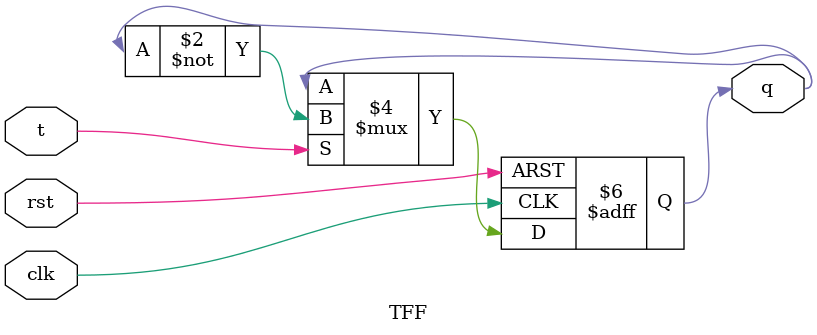
<source format=v>
module Ripple_UPDOWN_4bit #(parameter UD=1)(clk,rst,Q);
  input clk,rst;
  output [3:0] Q;
  
  if (UD) begin
    TFF t1(Q[0],1'b1,clk,rst);
    TFF t2(Q[1],1'b1,~Q[0],rst);
    TFF t3(Q[2],1'b1,~Q[1],rst);
    TFF t4(Q[3],1'b1,~Q[2],rst);
  end
   else begin
    TFF t1(Q[0],1'b1,clk,rst);
    TFF t2(Q[1],1'b1,Q[0],rst);
    TFF t3(Q[2],1'b1,Q[1],rst);
    TFF t4(Q[3],1'b1,Q[2],rst);
  end
  
endmodule  

/*design style using kind of MUX behavior
module Ripple_UPDOWN_4bit(
  input clk,
  input rst,
  input UD,          // 1 = UP, 0 = DOWN
  output [3:0] Q
);

  wire c1, c2, c3;

  // Clock selection based on UP/DOWN
  assign c1 =(UD)?~Q[0]:Q[0];
  assign c2 =(UD)?~Q[1]:Q[1];
  assign c3 =(UD)?~Q[2]:Q[2];

  TFF t1(Q[0],1'b1,clk,rst);
  TFF t2(Q[1],1'b1,c1,rst);
  TFF t3(Q[2],1'b1,c2,rst);
  TFF t4(Q[3],1'b1,c3,rst);

endmodule
*/
  
module TFF(q,t,clk,rst);
output reg q;
input t, clk, rst;
 always @(posedge clk or posedge rst) begin
      
    if (rst)
      q<=0;   
    else if (t)
      q<=~q;
    else
      q<=q;
    end
  endmodule
   
    
    
  

</source>
